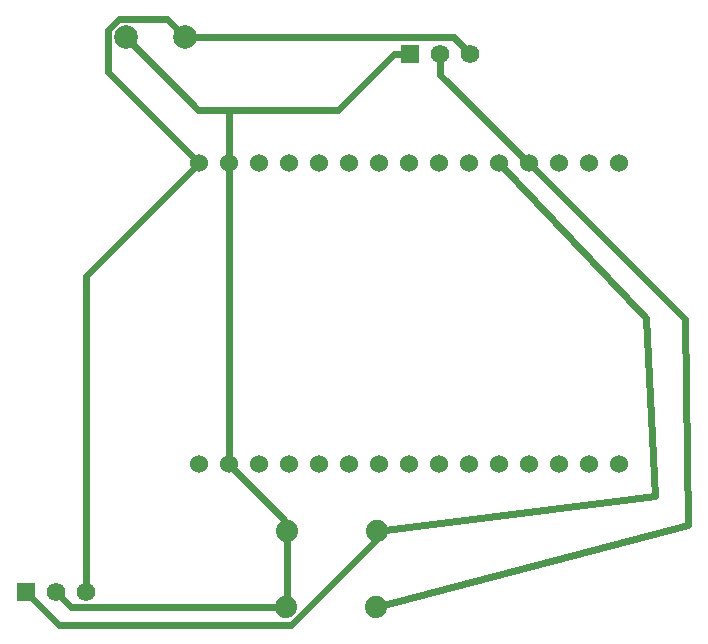
<source format=gbl>
G04 Layer: BottomLayer*
G04 EasyEDA v6.5.51, 2025-10-20 22:37:19*
G04 0329cdd6e84a4ea496a32ef4976c9469,12abd119770744df9ef097ef44d34389,10*
G04 Gerber Generator version 0.2*
G04 Scale: 100 percent, Rotated: No, Reflected: No *
G04 Dimensions in millimeters *
G04 leading zeros omitted , absolute positions ,4 integer and 5 decimal *
%FSLAX45Y45*%
%MOMM*%

%ADD10C,0.6000*%
%ADD11C,2.0000*%
%ADD12R,1.5748X1.5748*%
%ADD13C,1.5748*%
%ADD14C,1.8796*%
%ADD15C,1.5240*%
%ADD16C,0.0125*%

%LPD*%
D10*
X-495302Y5067300D02*
G01*
X-634113Y5067300D01*
X-2032002Y4593005D02*
G01*
X-1108407Y4593005D01*
X-634113Y5067300D01*
X-2904746Y5207000D02*
G01*
X-2290752Y4593005D01*
X-2032002Y4593005D01*
X-2032002Y4593005D02*
G01*
X-2032002Y4140200D01*
X-2032002Y1590192D02*
G01*
X-2032002Y4140200D01*
X-1536702Y1028700D02*
G01*
X-1536702Y1094892D01*
X-2032002Y1590192D01*
X-1549402Y381000D02*
G01*
X-3365502Y381000D01*
X-3492502Y508000D01*
X-1536702Y1028700D02*
G01*
X-1536702Y393700D01*
X-1549402Y381000D01*
X507997Y4140200D02*
G01*
X-241302Y4889500D01*
X-241302Y5067300D01*
X-774702Y1028700D02*
G01*
X-774702Y955522D01*
X-1502437Y227787D01*
X-3466289Y227787D01*
X-3746502Y508000D01*
X-2286002Y4140200D02*
G01*
X-3054301Y4908499D01*
X-3054301Y5265496D01*
X-2960804Y5358993D01*
X-2555852Y5358993D01*
X-2403858Y5207000D01*
X-3238502Y508000D02*
G01*
X-3238502Y3187700D01*
X-2286002Y4140200D01*
X254000Y4140200D02*
G01*
X1498600Y2832100D01*
X1574800Y1320800D01*
X-774700Y1028700D01*
X-787400Y381000D02*
G01*
X1854200Y1079500D01*
X1828800Y2819400D01*
X508000Y4140200D01*
X12697Y5067300D02*
G01*
X-127002Y5207000D01*
X-2403858Y5207000D01*
D11*
G01*
X-2403855Y5207000D03*
G01*
X-2904744Y5207000D03*
D12*
G01*
X-3746500Y508000D03*
D13*
G01*
X-3492500Y508000D03*
G01*
X-3238500Y508000D03*
D12*
G01*
X-495300Y5067300D03*
D13*
G01*
X-241300Y5067300D03*
G01*
X12700Y5067300D03*
D14*
G01*
X-1536700Y1028700D03*
G01*
X-774700Y1028700D03*
G01*
X-1549400Y381000D03*
G01*
X-787400Y381000D03*
D15*
G01*
X1270000Y4140200D03*
G01*
X1016000Y4140200D03*
G01*
X762000Y4140200D03*
G01*
X508000Y4140200D03*
G01*
X254000Y4140200D03*
G01*
X0Y4140200D03*
G01*
X-254000Y4140200D03*
G01*
X-508000Y4140200D03*
G01*
X-762000Y4140200D03*
G01*
X-1016000Y4140200D03*
G01*
X-1270000Y4140200D03*
G01*
X-1524000Y4140200D03*
G01*
X-1778000Y4140200D03*
G01*
X-2032000Y4140200D03*
G01*
X-2286000Y4140200D03*
G01*
X-2286000Y1590192D03*
G01*
X-2032000Y1590192D03*
G01*
X-1778000Y1590192D03*
G01*
X-1524000Y1590192D03*
G01*
X-1270000Y1590192D03*
G01*
X-1016000Y1590192D03*
G01*
X-762000Y1590192D03*
G01*
X-508000Y1590192D03*
G01*
X-254000Y1590192D03*
G01*
X0Y1590192D03*
G01*
X254000Y1590192D03*
G01*
X508000Y1590192D03*
G01*
X762000Y1590192D03*
G01*
X1270000Y1590192D03*
G01*
X1016000Y1590192D03*
M02*

</source>
